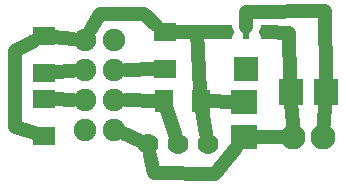
<source format=gbl>
G04 MADE WITH FRITZING*
G04 WWW.FRITZING.ORG*
G04 SINGLE SIDED*
G04 HOLES NOT PLATED*
G04 CONTOUR ON CENTER OF CONTOUR VECTOR*
%ASAXBY*%
%FSLAX23Y23*%
%MOIN*%
%OFA0B0*%
%SFA1.0B1.0*%
%ADD10C,0.069444*%
%ADD11C,0.075000*%
%ADD12C,0.083307*%
%ADD13R,0.022835X0.047244*%
%ADD14R,0.078740X0.078740*%
%ADD15R,0.074803X0.062992*%
%ADD16R,0.086615X0.078740*%
%ADD17R,0.078740X0.086615*%
%ADD18R,0.062992X0.074803*%
%ADD19C,0.048000*%
%LNCOPPER0*%
G90*
G70*
G54D10*
X513Y159D03*
X613Y159D03*
X713Y159D03*
X513Y159D03*
X613Y159D03*
X713Y159D03*
G54D11*
X398Y508D03*
X302Y508D03*
X398Y408D03*
X302Y408D03*
X398Y308D03*
X302Y308D03*
X398Y208D03*
X302Y208D03*
G54D12*
X1096Y182D03*
X1096Y182D03*
X996Y182D03*
X1096Y182D03*
X1096Y182D03*
X996Y182D03*
G54D13*
X781Y532D03*
X840Y532D03*
X899Y532D03*
G54D14*
X840Y410D03*
G54D15*
X165Y396D03*
X165Y519D03*
X166Y309D03*
X166Y187D03*
X568Y532D03*
X568Y410D03*
G54D16*
X832Y300D03*
X832Y182D03*
G54D17*
X1106Y334D03*
X988Y334D03*
G54D18*
X565Y304D03*
X687Y304D03*
G54D19*
X198Y309D02*
X262Y308D01*
D02*
X197Y399D02*
X262Y405D01*
D02*
X262Y511D02*
X197Y516D01*
D02*
X539Y305D02*
X438Y307D01*
D02*
X438Y408D02*
X536Y409D01*
D02*
X478Y173D02*
X434Y192D01*
D02*
X601Y194D02*
X575Y272D01*
D02*
X706Y195D02*
X692Y272D01*
D02*
X736Y59D02*
X531Y62D01*
D02*
X531Y62D02*
X520Y122D01*
D02*
X806Y148D02*
X736Y59D01*
D02*
X952Y182D02*
X870Y182D01*
D02*
X498Y595D02*
X351Y594D01*
D02*
X351Y594D02*
X321Y543D01*
D02*
X539Y558D02*
X498Y595D01*
D02*
X70Y218D02*
X134Y197D01*
D02*
X70Y471D02*
X70Y218D01*
D02*
X133Y503D02*
X70Y471D01*
D02*
X712Y304D02*
X794Y301D01*
D02*
X994Y226D02*
X990Y297D01*
D02*
X675Y532D02*
X775Y532D01*
D02*
X600Y532D02*
X675Y532D01*
D02*
X675Y532D02*
X685Y336D01*
D02*
X775Y532D02*
X675Y532D01*
D02*
X839Y601D02*
X840Y550D01*
D02*
X1101Y602D02*
X839Y601D01*
D02*
X1105Y372D02*
X1101Y602D01*
D02*
X1099Y226D02*
X1103Y297D01*
D02*
X986Y372D02*
X981Y531D01*
D02*
X981Y531D02*
X905Y532D01*
G04 End of Copper0*
M02*
</source>
